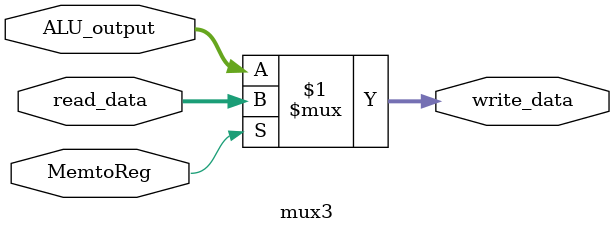
<source format=v>
`timescale 1ns / 1ps

module pipelined_mipstest(input clk,input reset,output write_data_s4);
//wire [4:0]instruction_s2_a,instruction_s2_b;

//initial pc = 0;
//------------------------------------  stage 1
wire [31:0] pc_out1_s1,pc_out1_s3,instruction_s1;
wire Branch_s3,pcSrc;
Instruction_fetch kk(reset,clk,pcSrc,pc_out1_s3,pc_out1_s1,instruction_s1);



//------------------------------------  stage 2

wire RegDst_s2,ALUSrc_s2,MemtoReg_s2,RegWrite_s2,MemRead_s2,MemWrite_s2,ALUOp1_s2,ALUOp0_s2,Branch_s2,RegWrite_s4;
wire [31:0] pc_out1_s2, extended_32_s2,read_data1_s2, read_data2_s2,write_data_s4;
wire [4:0] dest_for_I_s2,dest_for_R_s2,write_reg_s4,source_s2;
Instruction_decode id(clk,reset,instruction_s1,write_data_s4,write_reg_s4,RegWrite_s4,RegDst_s2,ALUSrc_s2,MemtoReg_s2,
        RegWrite_s2,MemRead_s2,MemWrite_s2,Branch_s2,ALUOp1_s2,ALUOp0_s2,pc_out1_s1,pc_out1_s2,extended_32_s2,
        dest_for_I_s2,dest_for_R_s2,read_data1_s2,read_data2_s2,source_s2);


//------------------------------------  stage 3

wire [31:0] ALU_result_s3,read_data2_s3;
wire MemWrite_s3,MemtoReg_s3,MemRead_s3,RegWrite_s3,zero_s3;
wire [4:0]write_reg_s3;
execution ex(clk,reset,dest_for_I_s2,dest_for_R_s2,source_s2,write_reg_s4,write_data_s4,RegWrite_s4,extended_32_s2,
        read_data1_s2,read_data2_s2,pc_out1_s2,RegDst_s2,ALUSrc_s2,
        MemtoReg_s2,RegWrite_s2,MemRead_s2,MemWrite_s2,ALUOp1_s2,ALUOp0_s2,Branch_s2,ALU_result_s3,read_data2_s3,
        MemWrite_s3,MemtoReg_s3,MemRead_s3,RegWrite_s3,Branch_s3,write_reg_s3,pc_out1_s3,zero_s3);


//-------------------------------------   stage 4
wire MemtoReg_s4;

wire [31:0] read_data3_s4,ALU_result_s4;
mem m(clk,reset,Branch_s3,MemWrite_s3,MemtoReg_s3,MemRead_s3,write_reg_s3,RegWrite_s3,ALU_result_s3,read_data2_s3,MemtoReg_s4,
        read_data3_s4,ALU_result_s4,RegWrite_s4,write_reg_s4,zero_s3,pcSrc);

//-----------------------------------    stage 5

mux3 wb(read_data3_s4,ALU_result_s4,MemtoReg_s4,write_data_s4);
endmodule


//----------------------------------------- Stage 5

module mux3 (input [31:0]read_data,input [31:0]ALU_output,input MemtoReg,output [31:0]write_data);
assign write_data = (MemtoReg)?read_data:ALU_output;
endmodule


</source>
